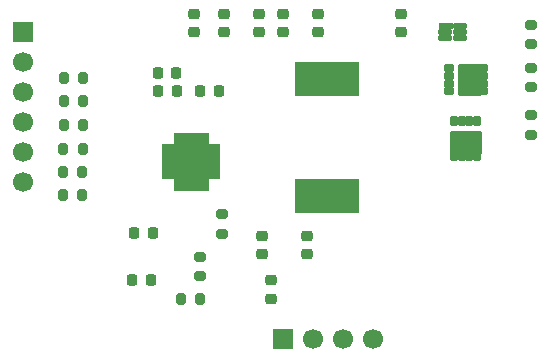
<source format=gbr>
%TF.GenerationSoftware,KiCad,Pcbnew,9.0.2*%
%TF.CreationDate,2025-07-03T13:44:50+05:30*%
%TF.ProjectId,Battery Charger and Protection,42617474-6572-4792-9043-686172676572,rev?*%
%TF.SameCoordinates,Original*%
%TF.FileFunction,Soldermask,Top*%
%TF.FilePolarity,Negative*%
%FSLAX46Y46*%
G04 Gerber Fmt 4.6, Leading zero omitted, Abs format (unit mm)*
G04 Created by KiCad (PCBNEW 9.0.2) date 2025-07-03 13:44:50*
%MOMM*%
%LPD*%
G01*
G04 APERTURE LIST*
G04 Aperture macros list*
%AMRoundRect*
0 Rectangle with rounded corners*
0 $1 Rounding radius*
0 $2 $3 $4 $5 $6 $7 $8 $9 X,Y pos of 4 corners*
0 Add a 4 corners polygon primitive as box body*
4,1,4,$2,$3,$4,$5,$6,$7,$8,$9,$2,$3,0*
0 Add four circle primitives for the rounded corners*
1,1,$1+$1,$2,$3*
1,1,$1+$1,$4,$5*
1,1,$1+$1,$6,$7*
1,1,$1+$1,$8,$9*
0 Add four rect primitives between the rounded corners*
20,1,$1+$1,$2,$3,$4,$5,0*
20,1,$1+$1,$4,$5,$6,$7,0*
20,1,$1+$1,$6,$7,$8,$9,0*
20,1,$1+$1,$8,$9,$2,$3,0*%
G04 Aperture macros list end*
%ADD10RoundRect,0.225000X0.250000X-0.225000X0.250000X0.225000X-0.250000X0.225000X-0.250000X-0.225000X0*%
%ADD11RoundRect,0.200000X0.275000X-0.200000X0.275000X0.200000X-0.275000X0.200000X-0.275000X-0.200000X0*%
%ADD12RoundRect,0.225000X-0.225000X-0.250000X0.225000X-0.250000X0.225000X0.250000X-0.225000X0.250000X0*%
%ADD13RoundRect,0.200000X-0.200000X-0.275000X0.200000X-0.275000X0.200000X0.275000X-0.200000X0.275000X0*%
%ADD14RoundRect,0.200000X-0.275000X0.200000X-0.275000X-0.200000X0.275000X-0.200000X0.275000X0.200000X0*%
%ADD15RoundRect,0.225000X0.225000X0.250000X-0.225000X0.250000X-0.225000X-0.250000X0.225000X-0.250000X0*%
%ADD16R,1.700000X1.700000*%
%ADD17C,1.700000*%
%ADD18RoundRect,0.058000X-0.489000X-0.174000X0.489000X-0.174000X0.489000X0.174000X-0.489000X0.174000X0*%
%ADD19RoundRect,0.058000X-0.174000X-0.489000X0.174000X-0.489000X0.174000X0.489000X-0.174000X0.489000X0*%
%ADD20RoundRect,0.102000X-1.350000X-1.350000X1.350000X-1.350000X1.350000X1.350000X-1.350000X1.350000X0*%
%ADD21RoundRect,0.225000X-0.250000X0.225000X-0.250000X-0.225000X0.250000X-0.225000X0.250000X0.225000X0*%
%ADD22RoundRect,0.102000X-0.250000X0.315000X-0.250000X-0.315000X0.250000X-0.315000X0.250000X0.315000X0*%
%ADD23RoundRect,0.102000X-0.250000X0.205000X-0.250000X-0.205000X0.250000X-0.205000X0.250000X0.205000X0*%
%ADD24RoundRect,0.102000X-1.225000X0.950000X-1.225000X-0.950000X1.225000X-0.950000X1.225000X0.950000X0*%
%ADD25RoundRect,0.059250X-0.552750X-0.177750X0.552750X-0.177750X0.552750X0.177750X-0.552750X0.177750X0*%
%ADD26RoundRect,0.059250X-0.512750X-0.177750X0.512750X-0.177750X0.512750X0.177750X-0.512750X0.177750X0*%
%ADD27RoundRect,0.218750X-0.218750X-0.256250X0.218750X-0.256250X0.218750X0.256250X-0.218750X0.256250X0*%
%ADD28RoundRect,0.200000X0.200000X0.275000X-0.200000X0.275000X-0.200000X-0.275000X0.200000X-0.275000X0*%
%ADD29R,5.400000X2.900000*%
%ADD30RoundRect,0.102000X-0.315000X-0.250000X0.315000X-0.250000X0.315000X0.250000X-0.315000X0.250000X0*%
%ADD31RoundRect,0.102000X-0.205000X-0.250000X0.205000X-0.250000X0.205000X0.250000X-0.205000X0.250000X0*%
%ADD32RoundRect,0.102000X-0.950000X-1.225000X0.950000X-1.225000X0.950000X1.225000X-0.950000X1.225000X0*%
G04 APERTURE END LIST*
D10*
%TO.C,C206*%
X70000000Y-66775000D03*
X70000000Y-65225000D03*
%TD*%
D11*
%TO.C,R204*%
X62860000Y-65035000D03*
X62860000Y-63385000D03*
%TD*%
%TO.C,R202*%
X61000000Y-68650000D03*
X61000000Y-67000000D03*
%TD*%
D12*
%TO.C,C207*%
X57389278Y-51464141D03*
X58939278Y-51464141D03*
%TD*%
D13*
%TO.C,R203*%
X49434116Y-51838595D03*
X51084116Y-51838595D03*
%TD*%
D14*
%TO.C,R209*%
X89000000Y-47350000D03*
X89000000Y-49000000D03*
%TD*%
D10*
%TO.C,C205*%
X66225000Y-66775000D03*
X66225000Y-65225000D03*
%TD*%
%TO.C,C209*%
X67000000Y-70550000D03*
X67000000Y-69000000D03*
%TD*%
D14*
%TO.C,R211*%
X89000000Y-55000000D03*
X89000000Y-56650000D03*
%TD*%
D15*
%TO.C,C208*%
X58996887Y-52985536D03*
X57446887Y-52985536D03*
%TD*%
D13*
%TO.C,R201*%
X49434116Y-53838595D03*
X51084116Y-53838595D03*
%TD*%
%TO.C,R206*%
X49384010Y-57905946D03*
X51034010Y-57905946D03*
%TD*%
D16*
%TO.C,J2*%
X46000000Y-48000000D03*
D17*
X46000000Y-50540000D03*
X46000000Y-53080000D03*
X46000000Y-55620000D03*
X46000000Y-58160000D03*
X46000000Y-60700000D03*
%TD*%
D18*
%TO.C,U200*%
X58305000Y-57695000D03*
X58305000Y-58195000D03*
X58305000Y-58695000D03*
X58305000Y-59195000D03*
X58305000Y-59695000D03*
X58305000Y-60195000D03*
D19*
X59000000Y-60890000D03*
X59500000Y-60890000D03*
X60000000Y-60890000D03*
X60500000Y-60890000D03*
X61000000Y-60890000D03*
X61500000Y-60890000D03*
D18*
X62195000Y-60195000D03*
X62195000Y-59695000D03*
X62195000Y-59195000D03*
X62195000Y-58695000D03*
X62195000Y-58195000D03*
X62195000Y-57695000D03*
D19*
X61500000Y-57000000D03*
X61000000Y-57000000D03*
X60500000Y-57000000D03*
X60000000Y-57000000D03*
X59500000Y-57000000D03*
X59000000Y-57000000D03*
D20*
X60250000Y-58945000D03*
%TD*%
D11*
%TO.C,R210*%
X89000000Y-52650000D03*
X89000000Y-51000000D03*
%TD*%
D10*
%TO.C,C201*%
X62980000Y-48000000D03*
X62980000Y-46450000D03*
%TD*%
D21*
%TO.C,C210*%
X78000000Y-46450000D03*
X78000000Y-48000000D03*
%TD*%
D10*
%TO.C,C203*%
X68000000Y-48000000D03*
X68000000Y-46450000D03*
%TD*%
D22*
%TO.C,Q2*%
X84430000Y-55540000D03*
X83780000Y-55540000D03*
X83130000Y-55540000D03*
X82480000Y-55540000D03*
D23*
X82480000Y-58520000D03*
X83130000Y-58520000D03*
X83780000Y-58520000D03*
X84430000Y-58520000D03*
D24*
X83455000Y-57365000D03*
%TD*%
D25*
%TO.C,U2*%
X81780000Y-47500000D03*
D26*
X81740000Y-48000000D03*
X81740000Y-48500000D03*
X83000000Y-48500000D03*
X83000000Y-48000000D03*
X83000000Y-47500000D03*
%TD*%
D13*
%TO.C,R208*%
X49342089Y-61754104D03*
X50992089Y-61754104D03*
%TD*%
D16*
%TO.C,J6*%
X68000000Y-74000000D03*
D17*
X70540000Y-74000000D03*
X73080000Y-74000000D03*
X75620000Y-74000000D03*
%TD*%
D27*
%TO.C,D202*%
X55212500Y-69000000D03*
X56787500Y-69000000D03*
%TD*%
D13*
%TO.C,R207*%
X49353315Y-59832228D03*
X51003315Y-59832228D03*
%TD*%
D10*
%TO.C,C200*%
X60470000Y-48000000D03*
X60470000Y-46450000D03*
%TD*%
%TO.C,C202*%
X66000000Y-48000000D03*
X66000000Y-46450000D03*
%TD*%
D13*
%TO.C,R200*%
X49457161Y-55838595D03*
X51107161Y-55838595D03*
%TD*%
D28*
%TO.C,R205*%
X60989051Y-70556827D03*
X59339051Y-70556827D03*
%TD*%
D10*
%TO.C,C204*%
X71000000Y-48000000D03*
X71000000Y-46450000D03*
%TD*%
D29*
%TO.C,L200*%
X71760000Y-51970000D03*
X71760000Y-61870000D03*
%TD*%
D27*
%TO.C,D201*%
X55425000Y-65000000D03*
X57000000Y-65000000D03*
%TD*%
D30*
%TO.C,Q1*%
X82020000Y-51050000D03*
X82020000Y-51700000D03*
X82020000Y-52350000D03*
X82020000Y-53000000D03*
D31*
X85000000Y-53000000D03*
X85000000Y-52350000D03*
X85000000Y-51700000D03*
X85000000Y-51050000D03*
D32*
X83845000Y-52025000D03*
%TD*%
D27*
%TO.C,D200*%
X61000000Y-53000000D03*
X62575000Y-53000000D03*
%TD*%
M02*

</source>
